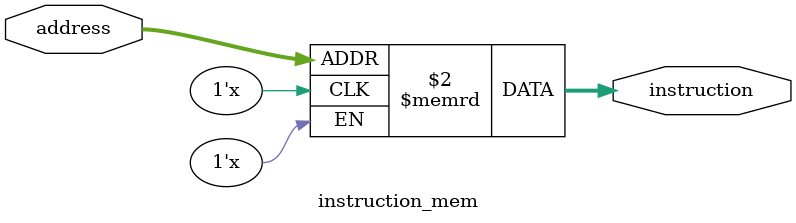
<source format=v>
module instruction_mem(input [31:0] address, output reg [31:0] instruction);
    reg [31:0] memory [0:31];  // Memória de 32 palavras
    always @(address) begin
        instruction = memory[address];
    end
endmodule

</source>
